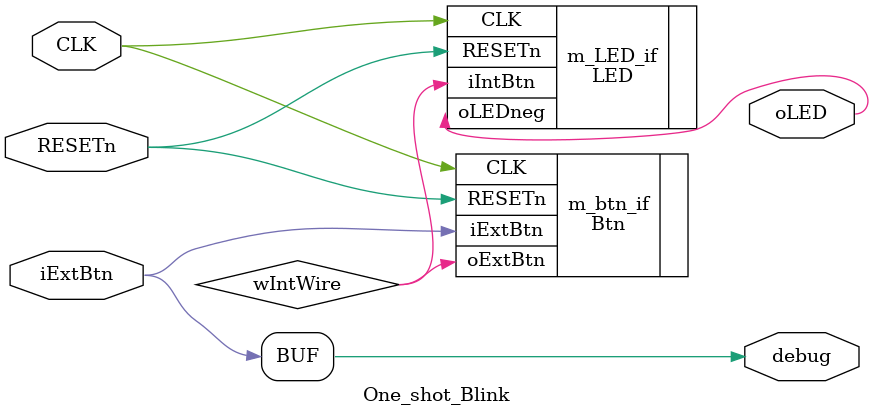
<source format=v>
module One_shot_Blink(
  input wire CLK,
  input wire RESETn,
  input wire iExtBtn,
  output wire debug,
  output wire oLED
);
assign debug = iExtBtn;
  wire wIntWire;
  Btn m_btn_if(
    .CLK (CLK),
    .RESETn (RESETn),
    .iExtBtn (iExtBtn),
    .oExtBtn (wIntWire)
  );
  LED m_LED_if(
    .CLK (CLK),
    .RESETn (RESETn),
    .iIntBtn (wIntWire),
    .oLEDneg (oLED)
  );

endmodule
</source>
